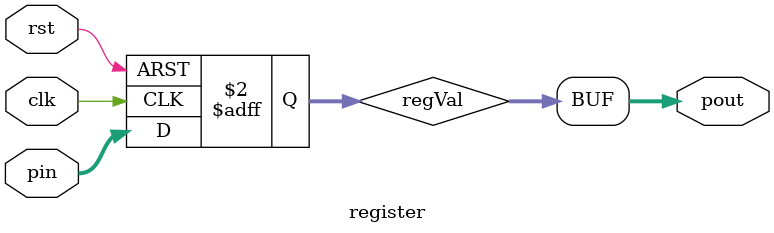
<source format=v>
module register #(parameter WIDTH = 32) (
    input clk, 
    input rst, 
//    input loaden, 
    input [WIDTH-1:0] pin, 
    output [WIDTH-1:0] pout
);
    reg [WIDTH-1:0] regVal;
    always @(posedge clk or posedge rst) begin
        if (rst) 
            regVal <= {WIDTH{1'b0}};
//        else if (loaden)
        else
            regVal <= pin;
    end
    assign pout = regVal;
endmodule

</source>
